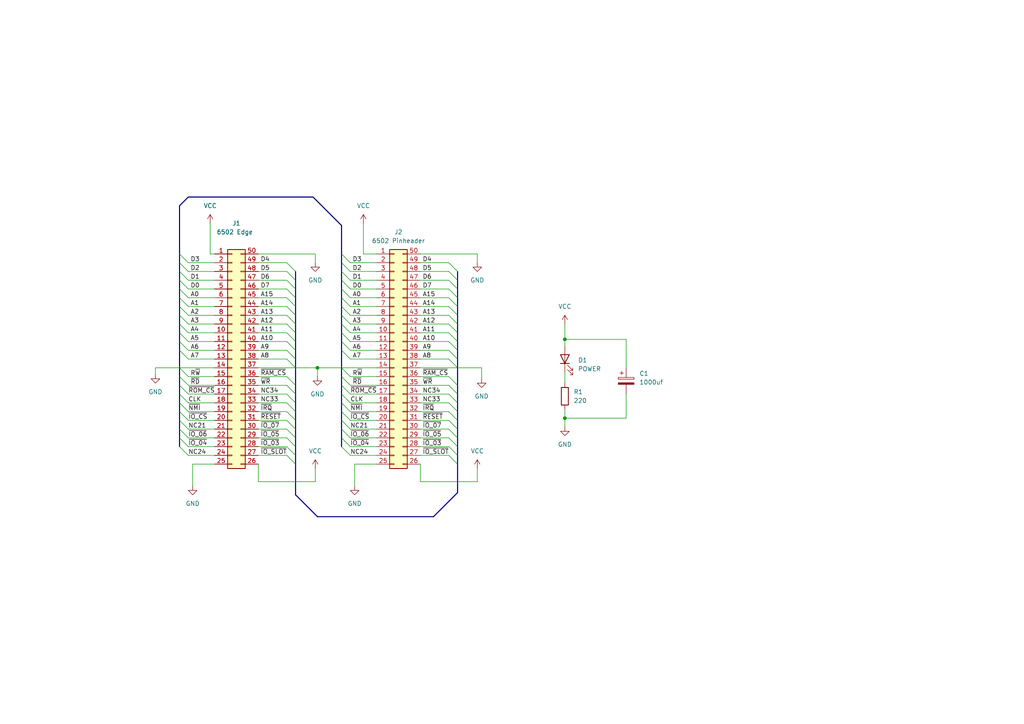
<source format=kicad_sch>
(kicad_sch (version 20230121) (generator eeschema)
  (paper "A4")
  (title_block (title "Protoboard Card") (date "2024-06-26") (rev "1.2") (company "MDS"))
  (lib_symbols
    (symbol "Connector_Generic:Conn_02x25_Counter_Clockwise" (pin_names (offset 1.016) hide)
      (property "Reference" "J" (at 1.27 33.02 0))
      (property "Value" "Conn_02x25_Counter_Clockwise" (at 1.27 -33.02 0))
      (symbol "Conn_02x25_Counter_Clockwise_1_1"
        (rectangle (start -1.27 -30.353) (end 0 -30.607) (stroke (width 0.1524)))
        (rectangle (start -1.27 -27.813) (end 0 -28.067) (stroke (width 0.1524)))
        (rectangle (start -1.27 -25.273) (end 0 -25.527) (stroke (width 0.1524)))
        (rectangle (start -1.27 -22.733) (end 0 -22.987) (stroke (width 0.1524)))
        (rectangle (start -1.27 -20.193) (end 0 -20.447) (stroke (width 0.1524)))
        (rectangle (start -1.27 -17.653) (end 0 -17.907) (stroke (width 0.1524)))
        (rectangle (start -1.27 -15.113) (end 0 -15.367) (stroke (width 0.1524)))
        (rectangle (start -1.27 -12.573) (end 0 -12.827) (stroke (width 0.1524)))
        (rectangle (start -1.27 -10.033) (end 0 -10.287) (stroke (width 0.1524)))
        (rectangle (start -1.27 -7.493) (end 0 -7.747) (stroke (width 0.1524)))
        (rectangle (start -1.27 -4.953) (end 0 -5.207) (stroke (width 0.1524)))
        (rectangle (start -1.27 -2.413) (end 0 -2.667) (stroke (width 0.1524)))
        (rectangle (start -1.27 0.127) (end 0 -0.127) (stroke (width 0.1524)))
        (rectangle (start -1.27 2.667) (end 0 2.413) (stroke (width 0.1524)))
        (rectangle (start -1.27 5.207) (end 0 4.953) (stroke (width 0.1524)))
        (rectangle (start -1.27 7.747) (end 0 7.493) (stroke (width 0.1524)))
        (rectangle (start -1.27 10.287) (end 0 10.033) (stroke (width 0.1524)))
        (rectangle (start -1.27 12.827) (end 0 12.573) (stroke (width 0.1524)))
        (rectangle (start -1.27 15.367) (end 0 15.113) (stroke (width 0.1524)))
        (rectangle (start -1.27 17.907) (end 0 17.653) (stroke (width 0.1524)))
        (rectangle (start -1.27 20.447) (end 0 20.193) (stroke (width 0.1524)))
        (rectangle (start -1.27 22.987) (end 0 22.733) (stroke (width 0.1524)))
        (rectangle (start -1.27 25.527) (end 0 25.273) (stroke (width 0.1524)))
        (rectangle (start -1.27 28.067) (end 0 27.813) (stroke (width 0.1524)))
        (rectangle (start -1.27 30.607) (end 0 30.353) (stroke (width 0.1524)))
        (rectangle (start -1.27 31.75) (end 3.81 -31.75) (stroke (width 0.254)) (fill (type background)))
        (rectangle (start 3.81 -30.353) (end 2.54 -30.607) (stroke (width 0.1524)))
        (rectangle (start 3.81 -27.813) (end 2.54 -28.067) (stroke (width 0.1524)))
        (rectangle (start 3.81 -25.273) (end 2.54 -25.527) (stroke (width 0.1524)))
        (rectangle (start 3.81 -22.733) (end 2.54 -22.987) (stroke (width 0.1524)))
        (rectangle (start 3.81 -20.193) (end 2.54 -20.447) (stroke (width 0.1524)))
        (rectangle (start 3.81 -17.653) (end 2.54 -17.907) (stroke (width 0.1524)))
        (rectangle (start 3.81 -15.113) (end 2.54 -15.367) (stroke (width 0.1524)))
        (rectangle (start 3.81 -12.573) (end 2.54 -12.827) (stroke (width 0.1524)))
        (rectangle (start 3.81 -10.033) (end 2.54 -10.287) (stroke (width 0.1524)))
        (rectangle (start 3.81 -7.493) (end 2.54 -7.747) (stroke (width 0.1524)))
        (rectangle (start 3.81 -4.953) (end 2.54 -5.207) (stroke (width 0.1524)))
        (rectangle (start 3.81 -2.413) (end 2.54 -2.667) (stroke (width 0.1524)))
        (rectangle (start 3.81 0.127) (end 2.54 -0.127) (stroke (width 0.1524)))
        (rectangle (start 3.81 2.667) (end 2.54 2.413) (stroke (width 0.1524)))
        (rectangle (start 3.81 5.207) (end 2.54 4.953) (stroke (width 0.1524)))
        (rectangle (start 3.81 7.747) (end 2.54 7.493) (stroke (width 0.1524)))
        (rectangle (start 3.81 10.287) (end 2.54 10.033) (stroke (width 0.1524)))
        (rectangle (start 3.81 12.827) (end 2.54 12.573) (stroke (width 0.1524)))
        (rectangle (start 3.81 15.367) (end 2.54 15.113) (stroke (width 0.1524)))
        (rectangle (start 3.81 17.907) (end 2.54 17.653) (stroke (width 0.1524)))
        (rectangle (start 3.81 20.447) (end 2.54 20.193) (stroke (width 0.1524)))
        (rectangle (start 3.81 22.987) (end 2.54 22.733) (stroke (width 0.1524)))
        (rectangle (start 3.81 25.527) (end 2.54 25.273) (stroke (width 0.1524)))
        (rectangle (start 3.81 28.067) (end 2.54 27.813) (stroke (width 0.1524)))
        (rectangle (start 3.81 30.607) (end 2.54 30.353) (stroke (width 0.1524)))
        (pin passive line (at -5.08 30.48 0) (length 3.81) (name "Pin_1") (number "1"))
        (pin passive line (at -5.08 7.62 0) (length 3.81) (name "Pin_10") (number "10"))
        (pin passive line (at -5.08 5.08 0) (length 3.81) (name "Pin_11") (number "11"))
        (pin passive line (at -5.08 2.54 0) (length 3.81) (name "Pin_12") (number "12"))
        (pin passive line (at -5.08 0 0) (length 3.81) (name "Pin_13") (number "13"))
        (pin passive line (at -5.08 -2.54 0) (length 3.81) (name "Pin_14") (number "14"))
        (pin passive line (at -5.08 -5.08 0) (length 3.81) (name "Pin_15") (number "15"))
        (pin passive line (at -5.08 -7.62 0) (length 3.81) (name "Pin_16") (number "16"))
        (pin passive line (at -5.08 -10.16 0) (length 3.81) (name "Pin_17") (number "17"))
        (pin passive line (at -5.08 -12.7 0) (length 3.81) (name "Pin_18") (number "18"))
        (pin passive line (at -5.08 -15.24 0) (length 3.81) (name "Pin_19") (number "19"))
        (pin passive line (at -5.08 27.94 0) (length 3.81) (name "Pin_2") (number "2"))
        (pin passive line (at -5.08 -17.78 0) (length 3.81) (name "Pin_20") (number "20"))
        (pin passive line (at -5.08 -20.32 0) (length 3.81) (name "Pin_21") (number "21"))
        (pin passive line (at -5.08 -22.86 0) (length 3.81) (name "Pin_22") (number "22"))
        (pin passive line (at -5.08 -25.4 0) (length 3.81) (name "Pin_23") (number "23"))
        (pin passive line (at -5.08 -27.94 0) (length 3.81) (name "Pin_24") (number "24"))
        (pin passive line (at -5.08 -30.48 0) (length 3.81) (name "Pin_25") (number "25"))
        (pin passive line (at 7.62 -30.48 180) (length 3.81) (name "Pin_26") (number "26"))
        (pin passive line (at 7.62 -27.94 180) (length 3.81) (name "Pin_27") (number "27"))
        (pin passive line (at 7.62 -25.4 180) (length 3.81) (name "Pin_28") (number "28"))
        (pin passive line (at 7.62 -22.86 180) (length 3.81) (name "Pin_29") (number "29"))
        (pin passive line (at -5.08 25.4 0) (length 3.81) (name "Pin_3") (number "3"))
        (pin passive line (at 7.62 -20.32 180) (length 3.81) (name "Pin_30") (number "30"))
        (pin passive line (at 7.62 -17.78 180) (length 3.81) (name "Pin_31") (number "31"))
        (pin passive line (at 7.62 -15.24 180) (length 3.81) (name "Pin_32") (number "32"))
        (pin passive line (at 7.62 -12.7 180) (length 3.81) (name "Pin_33") (number "33"))
        (pin passive line (at 7.62 -10.16 180) (length 3.81) (name "Pin_34") (number "34"))
        (pin passive line (at 7.62 -7.62 180) (length 3.81) (name "Pin_35") (number "35"))
        (pin passive line (at 7.62 -5.08 180) (length 3.81) (name "Pin_36") (number "36"))
        (pin passive line (at 7.62 -2.54 180) (length 3.81) (name "Pin_37") (number "37"))
        (pin passive line (at 7.62 0 180) (length 3.81) (name "Pin_38") (number "38"))
        (pin passive line (at 7.62 2.54 180) (length 3.81) (name "Pin_39") (number "39"))
        (pin passive line (at -5.08 22.86 0) (length 3.81) (name "Pin_4") (number "4"))
        (pin passive line (at 7.62 5.08 180) (length 3.81) (name "Pin_40") (number "40"))
        (pin passive line (at 7.62 7.62 180) (length 3.81) (name "Pin_41") (number "41"))
        (pin passive line (at 7.62 10.16 180) (length 3.81) (name "Pin_42") (number "42"))
        (pin passive line (at 7.62 12.7 180) (length 3.81) (name "Pin_43") (number "43"))
        (pin passive line (at 7.62 15.24 180) (length 3.81) (name "Pin_44") (number "44"))
        (pin passive line (at 7.62 17.78 180) (length 3.81) (name "Pin_45") (number "45"))
        (pin passive line (at 7.62 20.32 180) (length 3.81) (name "Pin_46") (number "46"))
        (pin passive line (at 7.62 22.86 180) (length 3.81) (name "Pin_47") (number "47"))
        (pin passive line (at 7.62 25.4 180) (length 3.81) (name "Pin_48") (number "48"))
        (pin passive line (at 7.62 27.94 180) (length 3.81) (name "Pin_49") (number "49"))
        (pin passive line (at -5.08 20.32 0) (length 3.81) (name "Pin_5") (number "5"))
        (pin passive line (at 7.62 30.48 180) (length 3.81) (name "Pin_50") (number "50"))
        (pin passive line (at -5.08 17.78 0) (length 3.81) (name "Pin_6") (number "6"))
        (pin passive line (at -5.08 15.24 0) (length 3.81) (name "Pin_7") (number "7"))
        (pin passive line (at -5.08 12.7 0) (length 3.81) (name "Pin_8") (number "8"))
        (pin passive line (at -5.08 10.16 0) (length 3.81) (name "Pin_9") (number "9"))
      )
    )
    (symbol "Device:C_Polarized" (pin_numbers hide) (pin_names (offset 0.254))
      (property "Reference" "C" (at 0.635 2.54 0))
      (property "Value" "C_Polarized" (at 0.635 -2.54 0))
      (symbol "C_Polarized_0_1"
        (rectangle (start -2.286 0.508) (end 2.286 1.016))
        (polyline (pts (xy -1.778 2.286) (xy -0.762 2.286)))
        (polyline (pts (xy -1.27 2.794) (xy -1.27 1.778)))
        (rectangle (start 2.286 -0.508) (end -2.286 -1.016) (fill (type outline)))
      )
      (symbol "C_Polarized_1_1"
        (pin passive line (at 0 3.81 270) (length 2.794) (name "~") (number "1"))
        (pin passive line (at 0 -3.81 90) (length 2.794) (name "~") (number "2"))
      )
    )
    (symbol "Device:LED" (pin_numbers hide) (pin_names (offset 1.016) hide)
      (property "Reference" "D" (at 0 2.54 0))
      (property "Value" "LED" (at 0 -2.54 0))
      (symbol "LED_0_1"
        (polyline (pts (xy -1.27 -1.27) (xy -1.27 1.27)) (stroke (width 0.254)))
        (polyline (pts (xy -1.27 0) (xy 1.27 0)))
        (polyline (pts (xy 1.27 -1.27) (xy 1.27 1.27) (xy -1.27 0) (xy 1.27 -1.27)) (stroke (width 0.254)))
        (polyline (pts (xy -3.048 -0.762) (xy -4.572 -2.286) (xy -3.81 -2.286) (xy -4.572 -2.286) (xy -4.572 -1.524)))
        (polyline (pts (xy -1.778 -0.762) (xy -3.302 -2.286) (xy -2.54 -2.286) (xy -3.302 -2.286) (xy -3.302 -1.524)))
      )
      (symbol "LED_1_1"
        (pin passive line (at -3.81 0 0) (length 2.54) (name "K") (number "1"))
        (pin passive line (at 3.81 0 180) (length 2.54) (name "A") (number "2"))
      )
    )
    (symbol "Device:R" (pin_numbers hide) (pin_names (offset 0))
      (property "Reference" "R" (at 2.032 0 90))
      (property "Value" "R" (at 0 0 90))
      (symbol "R_0_1"
        (rectangle (start -1.016 -2.54) (end 1.016 2.54) (stroke (width 0.254)))
      )
      (symbol "R_1_1"
        (pin passive line (at 0 3.81 270) (length 1.27) (name "~") (number "1"))
        (pin passive line (at 0 -3.81 90) (length 1.27) (name "~") (number "2"))
      )
    )
    (symbol "power:GND" (power) (pin_names (offset 0))
      (property "Value" "GND" (at 0 -3.81 0))
      (symbol "GND_0_1"
        (polyline (pts (xy 0 0) (xy 0 -1.27) (xy 1.27 -1.27) (xy 0 -2.54) (xy -1.27 -1.27) (xy 0 -1.27)))
      )
      (symbol "GND_1_1"
        (pin power_in line (at 0 0 270) (length 0) hide (name "GND") (number "1"))
      )
    )
    (symbol "power:VCC" (power) (pin_names (offset 0))
      (property "Value" "VCC" (at 0 3.81 0))
      (symbol "VCC_0_1"
        (polyline (pts (xy -0.762 1.27) (xy 0 2.54)))
        (polyline (pts (xy 0 0) (xy 0 2.54)))
        (polyline (pts (xy 0 2.54) (xy 0.762 1.27)))
      )
      (symbol "VCC_1_1"
        (pin power_in line (at 0 0 90) (length 0) hide (name "VCC") (number "1"))
      )
    )
  )
  (junction (at 92.075 106.68))
  (junction (at 163.83 98.425))
  (junction (at 163.83 121.285))
  (bus_entry (at 54.61 99.06) (size -2.54 -2.54))
  (bus_entry (at 130.175 119.38) (size 2.54 2.54))
  (bus_entry (at 130.175 86.36) (size 2.54 2.54))
  (bus_entry (at 101.6 129.54) (size -2.54 -2.54))
  (bus_entry (at 101.6 127) (size -2.54 -2.54))
  (bus_entry (at 101.6 93.98) (size -2.54 -2.54))
  (bus_entry (at 101.6 116.84) (size -2.54 -2.54))
  (bus_entry (at 130.175 132.08) (size 2.54 2.54))
  (bus_entry (at 83.185 124.46) (size 2.54 2.54))
  (bus_entry (at 83.185 78.74) (size 2.54 2.54))
  (bus_entry (at 83.185 76.2) (size 2.54 2.54))
  (bus_entry (at 54.61 127) (size -2.54 -2.54))
  (bus_entry (at 130.175 91.44) (size 2.54 2.54))
  (bus_entry (at 130.175 129.54) (size 2.54 2.54))
  (bus_entry (at 130.175 104.14) (size 2.54 2.54))
  (bus_entry (at 101.6 96.52) (size -2.54 -2.54))
  (bus_entry (at 101.6 88.9) (size -2.54 -2.54))
  (bus_entry (at 54.61 124.46) (size -2.54 -2.54))
  (bus_entry (at 101.6 109.22) (size -2.54 -2.54))
  (bus_entry (at 130.175 109.22) (size 2.54 2.54))
  (bus_entry (at 83.185 132.08) (size 2.54 2.54))
  (bus_entry (at 101.6 76.2) (size -2.54 -2.54))
  (bus_entry (at 101.6 124.46) (size -2.54 -2.54))
  (bus_entry (at 54.61 129.54) (size -2.54 -2.54))
  (bus_entry (at 130.175 114.3) (size 2.54 2.54))
  (bus_entry (at 130.175 111.76) (size 2.54 2.54))
  (bus_entry (at 83.185 119.38) (size 2.54 2.54))
  (bus_entry (at 130.175 121.92) (size 2.54 2.54))
  (bus_entry (at 83.185 111.76) (size 2.54 2.54))
  (bus_entry (at 83.185 81.28) (size 2.54 2.54))
  (bus_entry (at 130.175 81.28) (size 2.54 2.54))
  (bus_entry (at 54.61 93.98) (size -2.54 -2.54))
  (bus_entry (at 83.185 93.98) (size 2.54 2.54))
  (bus_entry (at 101.6 101.6) (size -2.54 -2.54))
  (bus_entry (at 101.6 119.38) (size -2.54 -2.54))
  (bus_entry (at 130.175 127) (size 2.54 2.54))
  (bus_entry (at 101.6 91.44) (size -2.54 -2.54))
  (bus_entry (at 101.6 83.82) (size -2.54 -2.54))
  (bus_entry (at 101.6 121.92) (size -2.54 -2.54))
  (bus_entry (at 130.175 116.84) (size 2.54 2.54))
  (bus_entry (at 83.185 121.92) (size 2.54 2.54))
  (bus_entry (at 54.61 76.2) (size -2.54 -2.54))
  (bus_entry (at 130.175 101.6) (size 2.54 2.54))
  (bus_entry (at 54.61 101.6) (size -2.54 -2.54))
  (bus_entry (at 130.175 124.46) (size 2.54 2.54))
  (bus_entry (at 130.175 78.74) (size 2.54 2.54))
  (bus_entry (at 54.61 78.74) (size -2.54 -2.54))
  (bus_entry (at 83.185 116.84) (size 2.54 2.54))
  (bus_entry (at 83.185 104.14) (size 2.54 2.54))
  (bus_entry (at 101.6 86.36) (size -2.54 -2.54))
  (bus_entry (at 54.61 96.52) (size -2.54 -2.54))
  (bus_entry (at 101.6 81.28) (size -2.54 -2.54))
  (bus_entry (at 54.61 119.38) (size -2.54 -2.54))
  (bus_entry (at 83.185 127) (size 2.54 2.54))
  (bus_entry (at 130.175 76.2) (size 2.54 2.54))
  (bus_entry (at 101.6 111.76) (size -2.54 -2.54))
  (bus_entry (at 83.185 99.06) (size 2.54 2.54))
  (bus_entry (at 130.175 83.82) (size 2.54 2.54))
  (bus_entry (at 101.6 78.74) (size -2.54 -2.54))
  (bus_entry (at 54.61 86.36) (size -2.54 -2.54))
  (bus_entry (at 101.6 104.14) (size -2.54 -2.54))
  (bus_entry (at 101.6 99.06) (size -2.54 -2.54))
  (bus_entry (at 130.175 96.52) (size 2.54 2.54))
  (bus_entry (at 83.185 109.22) (size 2.54 2.54))
  (bus_entry (at 83.185 114.3) (size 2.54 2.54))
  (bus_entry (at 54.61 121.92) (size -2.54 -2.54))
  (bus_entry (at 54.61 114.3) (size -2.54 -2.54))
  (bus_entry (at 54.61 111.76) (size -2.54 -2.54))
  (bus_entry (at 54.61 81.28) (size -2.54 -2.54))
  (bus_entry (at 83.185 83.82) (size 2.54 2.54))
  (bus_entry (at 83.185 86.36) (size 2.54 2.54))
  (bus_entry (at 54.61 83.82) (size -2.54 -2.54))
  (bus_entry (at 83.185 129.54) (size 2.54 2.54))
  (bus_entry (at 54.61 88.9) (size -2.54 -2.54))
  (bus_entry (at 83.185 101.6) (size 2.54 2.54))
  (bus_entry (at 101.6 132.08) (size -2.54 -2.54))
  (bus_entry (at 54.61 104.14) (size -2.54 -2.54))
  (bus_entry (at 130.175 99.06) (size 2.54 2.54))
  (bus_entry (at 54.61 132.08) (size -2.54 -2.54))
  (bus_entry (at 54.61 116.84) (size -2.54 -2.54))
  (bus_entry (at 54.61 91.44) (size -2.54 -2.54))
  (bus_entry (at 83.185 88.9) (size 2.54 2.54))
  (bus_entry (at 54.61 109.22) (size -2.54 -2.54))
  (bus_entry (at 130.175 88.9) (size 2.54 2.54))
  (bus_entry (at 83.185 91.44) (size 2.54 2.54))
  (bus_entry (at 83.185 96.52) (size 2.54 2.54))
  (bus_entry (at 101.6 114.3) (size -2.54 -2.54))
  (bus_entry (at 130.175 93.98) (size 2.54 2.54))
  (bus (pts (xy 99.06 99.06) (xy 99.06 96.52)))
  (wire (pts (xy 101.6 88.9) (xy 109.22 88.9)))
  (bus (pts (xy 99.06 96.52) (xy 99.06 93.98)))
  (bus (pts (xy 132.715 96.52) (xy 132.715 99.06)))
  (bus (pts (xy 132.715 111.76) (xy 132.715 114.3)))
  (wire (pts (xy 121.92 73.66) (xy 138.43 73.66)))
  (wire (pts (xy 74.93 109.22) (xy 83.185 109.22)))
  (wire (pts (xy 101.6 76.2) (xy 109.22 76.2)))
  (wire (pts (xy 74.93 132.08) (xy 83.185 132.08)))
  (bus (pts (xy 99.06 129.54) (xy 99.06 127)))
  (bus (pts (xy 85.725 114.3) (xy 85.725 116.84)))
  (wire (pts (xy 121.92 106.68) (xy 132.715 106.68)))
  (wire (pts (xy 74.93 99.06) (xy 83.185 99.06)))
  (bus (pts (xy 85.725 143.51) (xy 92.075 149.86)))
  (bus (pts (xy 52.07 127) (xy 52.07 124.46)))
  (wire (pts (xy 101.6 83.82) (xy 109.22 83.82)))
  (wire (pts (xy 101.6 109.22) (xy 109.22 109.22)))
  (wire (pts (xy 91.44 73.66) (xy 91.44 76.2)))
  (wire (pts (xy 163.83 98.425) (xy 181.61 98.425)))
  (bus (pts (xy 85.725 104.14) (xy 85.725 106.68)))
  (wire (pts (xy 54.61 129.54) (xy 62.23 129.54)))
  (wire (pts (xy 54.61 91.44) (xy 62.23 91.44)))
  (bus (pts (xy 99.06 101.6) (xy 99.06 106.68)))
  (wire (pts (xy 121.92 134.62) (xy 121.92 139.7)))
  (wire (pts (xy 101.6 114.3) (xy 109.22 114.3)))
  (bus (pts (xy 132.715 127) (xy 132.715 129.54)))
  (bus (pts (xy 99.06 116.84) (xy 99.06 114.3)))
  (wire (pts (xy 121.92 116.84) (xy 130.175 116.84)))
  (bus (pts (xy 52.07 101.6) (xy 52.07 99.06)))
  (bus (pts (xy 99.06 121.92) (xy 99.06 119.38)))
  (bus (pts (xy 99.06 101.6) (xy 99.06 99.06)))
  (bus (pts (xy 132.715 99.06) (xy 132.715 101.6)))
  (wire (pts (xy 74.93 116.84) (xy 83.185 116.84)))
  (bus (pts (xy 85.725 119.38) (xy 85.725 121.92)))
  (bus (pts (xy 85.725 101.6) (xy 85.725 104.14)))
  (bus (pts (xy 132.715 83.82) (xy 132.715 86.36)))
  (wire (pts (xy 74.93 134.62) (xy 74.93 139.7)))
  (bus (pts (xy 52.07 116.84) (xy 52.07 114.3)))
  (bus (pts (xy 52.07 99.06) (xy 52.07 96.52)))
  (bus (pts (xy 85.725 99.06) (xy 85.725 101.6)))
  (wire (pts (xy 60.96 73.66) (xy 62.23 73.66)))
  (bus (pts (xy 132.715 114.3) (xy 132.715 116.84)))
  (bus (pts (xy 99.06 73.66) (xy 99.06 76.2)))
  (wire (pts (xy 181.61 114.3) (xy 181.61 121.285)))
  (wire (pts (xy 101.6 111.76) (xy 109.22 111.76)))
  (bus (pts (xy 52.07 121.92) (xy 52.07 119.38)))
  (bus (pts (xy 85.725 91.44) (xy 85.725 93.98)))
  (wire (pts (xy 54.61 99.06) (xy 62.23 99.06)))
  (wire (pts (xy 74.93 121.92) (xy 83.185 121.92)))
  (bus (pts (xy 132.715 91.44) (xy 132.715 93.98)))
  (wire (pts (xy 54.61 81.28) (xy 62.23 81.28)))
  (wire (pts (xy 121.92 99.06) (xy 130.175 99.06)))
  (wire (pts (xy 101.6 78.74) (xy 109.22 78.74)))
  (wire (pts (xy 101.6 93.98) (xy 109.22 93.98)))
  (bus (pts (xy 132.715 101.6) (xy 132.715 104.14)))
  (wire (pts (xy 74.93 114.3) (xy 83.185 114.3)))
  (bus (pts (xy 99.06 111.76) (xy 99.06 109.22)))
  (wire (pts (xy 54.61 78.74) (xy 62.23 78.74)))
  (wire (pts (xy 52.07 106.68) (xy 62.23 106.68)))
  (wire (pts (xy 121.92 81.28) (xy 130.175 81.28)))
  (wire (pts (xy 54.61 109.22) (xy 62.23 109.22)))
  (wire (pts (xy 60.96 64.77) (xy 60.96 73.66)))
  (wire (pts (xy 74.93 81.28) (xy 83.185 81.28)))
  (wire (pts (xy 121.92 109.22) (xy 130.175 109.22)))
  (wire (pts (xy 54.61 88.9) (xy 62.23 88.9)))
  (wire (pts (xy 74.93 96.52) (xy 83.185 96.52)))
  (bus (pts (xy 85.725 111.76) (xy 85.725 114.3)))
  (bus (pts (xy 99.06 109.22) (xy 99.06 106.68)))
  (wire (pts (xy 74.93 88.9) (xy 83.185 88.9)))
  (bus (pts (xy 125.73 149.86) (xy 132.715 142.875)))
  (bus (pts (xy 54.61 57.15) (xy 90.805 57.15)))
  (bus (pts (xy 99.06 78.74) (xy 99.06 76.2)))
  (bus (pts (xy 85.725 83.82) (xy 85.725 86.36)))
  (bus (pts (xy 132.715 129.54) (xy 132.715 132.08)))
  (wire (pts (xy 121.92 78.74) (xy 130.175 78.74)))
  (bus (pts (xy 132.715 106.68) (xy 132.715 111.76)))
  (wire (pts (xy 101.6 104.14) (xy 109.22 104.14)))
  (wire (pts (xy 54.61 114.3) (xy 62.23 114.3)))
  (bus (pts (xy 132.715 134.62) (xy 132.715 142.875)))
  (wire (pts (xy 101.6 121.92) (xy 109.22 121.92)))
  (wire (pts (xy 54.61 127) (xy 62.23 127)))
  (wire (pts (xy 101.6 127) (xy 109.22 127)))
  (wire (pts (xy 121.92 114.3) (xy 130.175 114.3)))
  (bus (pts (xy 52.07 76.2) (xy 52.07 73.66)))
  (wire (pts (xy 121.92 83.82) (xy 130.175 83.82)))
  (bus (pts (xy 85.725 127) (xy 85.725 129.54)))
  (wire (pts (xy 101.6 81.28) (xy 109.22 81.28)))
  (bus (pts (xy 85.725 78.74) (xy 85.725 81.28)))
  (bus (pts (xy 52.07 78.74) (xy 52.07 76.2)))
  (wire (pts (xy 163.83 118.745) (xy 163.83 121.285)))
  (bus (pts (xy 85.725 93.98) (xy 85.725 96.52)))
  (bus (pts (xy 85.725 88.9) (xy 85.725 91.44)))
  (wire (pts (xy 121.92 121.92) (xy 130.175 121.92)))
  (wire (pts (xy 54.61 101.6) (xy 62.23 101.6)))
  (wire (pts (xy 101.6 132.08) (xy 109.22 132.08)))
  (bus (pts (xy 132.715 132.08) (xy 132.715 134.62)))
  (wire (pts (xy 54.61 83.82) (xy 62.23 83.82)))
  (wire (pts (xy 101.6 96.52) (xy 109.22 96.52)))
  (wire (pts (xy 101.6 91.44) (xy 109.22 91.44)))
  (bus (pts (xy 52.07 111.76) (xy 52.07 109.22)))
  (bus (pts (xy 99.06 81.28) (xy 99.06 78.74)))
  (bus (pts (xy 85.725 96.52) (xy 85.725 99.06)))
  (wire (pts (xy 54.61 119.38) (xy 62.23 119.38)))
  (bus (pts (xy 52.07 101.6) (xy 52.07 106.68)))
  (wire (pts (xy 85.725 106.68) (xy 92.075 106.68)))
  (wire (pts (xy 101.6 124.46) (xy 109.22 124.46)))
  (wire (pts (xy 105.41 73.66) (xy 109.22 73.66)))
  (bus (pts (xy 132.715 116.84) (xy 132.715 119.38)))
  (bus (pts (xy 99.06 91.44) (xy 99.06 88.9)))
  (wire (pts (xy 163.83 107.95) (xy 163.83 111.125)))
  (bus (pts (xy 52.07 59.69) (xy 54.61 57.15)))
  (wire (pts (xy 163.83 121.285) (xy 163.83 123.825)))
  (wire (pts (xy 74.93 129.54) (xy 83.185 129.54)))
  (bus (pts (xy 132.715 93.98) (xy 132.715 96.52)))
  (wire (pts (xy 74.93 78.74) (xy 83.185 78.74)))
  (wire (pts (xy 163.83 121.285) (xy 181.61 121.285)))
  (wire (pts (xy 74.93 101.6) (xy 83.185 101.6)))
  (wire (pts (xy 74.93 83.82) (xy 83.185 83.82)))
  (wire (pts (xy 91.44 135.89) (xy 91.44 139.7)))
  (bus (pts (xy 52.07 86.36) (xy 52.07 83.82)))
  (bus (pts (xy 85.725 86.36) (xy 85.725 88.9)))
  (bus (pts (xy 52.07 83.82) (xy 52.07 81.28)))
  (bus (pts (xy 99.06 114.3) (xy 99.06 111.76)))
  (wire (pts (xy 74.93 127) (xy 83.185 127)))
  (bus (pts (xy 52.07 124.46) (xy 52.07 121.92)))
  (bus (pts (xy 52.07 59.69) (xy 52.07 73.66)))
  (wire (pts (xy 121.92 129.54) (xy 130.175 129.54)))
  (bus (pts (xy 85.725 116.84) (xy 85.725 119.38)))
  (wire (pts (xy 74.93 93.98) (xy 83.185 93.98)))
  (wire (pts (xy 101.6 129.54) (xy 109.22 129.54)))
  (bus (pts (xy 132.715 119.38) (xy 132.715 121.92)))
  (wire (pts (xy 74.93 111.76) (xy 83.185 111.76)))
  (bus (pts (xy 52.07 91.44) (xy 52.07 88.9)))
  (bus (pts (xy 132.715 86.36) (xy 132.715 88.9)))
  (wire (pts (xy 138.43 135.89) (xy 138.43 139.7)))
  (wire (pts (xy 101.6 86.36) (xy 109.22 86.36)))
  (bus (pts (xy 99.06 73.66) (xy 99.06 65.405)))
  (wire (pts (xy 45.085 106.68) (xy 45.085 108.585)))
  (wire (pts (xy 54.61 121.92) (xy 62.23 121.92)))
  (wire (pts (xy 121.92 101.6) (xy 130.175 101.6)))
  (bus (pts (xy 99.06 83.82) (xy 99.06 81.28)))
  (wire (pts (xy 74.93 91.44) (xy 83.185 91.44)))
  (bus (pts (xy 85.725 134.62) (xy 85.725 143.51)))
  (wire (pts (xy 92.075 106.68) (xy 92.075 109.22)))
  (bus (pts (xy 52.07 119.38) (xy 52.07 116.84)))
  (bus (pts (xy 52.07 129.54) (xy 52.07 127)))
  (wire (pts (xy 121.92 86.36) (xy 130.175 86.36)))
  (wire (pts (xy 101.6 101.6) (xy 109.22 101.6)))
  (bus (pts (xy 132.715 121.92) (xy 132.715 124.46)))
  (wire (pts (xy 54.61 111.76) (xy 62.23 111.76)))
  (wire (pts (xy 99.06 106.68) (xy 109.22 106.68)))
  (bus (pts (xy 52.07 88.9) (xy 52.07 86.36)))
  (wire (pts (xy 54.61 132.08) (xy 62.23 132.08)))
  (bus (pts (xy 132.715 88.9) (xy 132.715 91.44)))
  (wire (pts (xy 55.88 134.62) (xy 62.23 134.62)))
  (bus (pts (xy 85.725 106.68) (xy 85.725 111.76)))
  (wire (pts (xy 54.61 76.2) (xy 62.23 76.2)))
  (wire (pts (xy 45.085 106.68) (xy 52.07 106.68)))
  (wire (pts (xy 102.87 134.62) (xy 102.87 140.97)))
  (wire (pts (xy 54.61 116.84) (xy 62.23 116.84)))
  (wire (pts (xy 74.93 76.2) (xy 83.185 76.2)))
  (bus (pts (xy 52.07 81.28) (xy 52.07 78.74)))
  (wire (pts (xy 121.92 124.46) (xy 130.175 124.46)))
  (wire (pts (xy 54.61 104.14) (xy 62.23 104.14)))
  (wire (pts (xy 121.92 132.08) (xy 130.175 132.08)))
  (bus (pts (xy 99.06 88.9) (xy 99.06 86.36)))
  (wire (pts (xy 132.715 106.68) (xy 139.7 106.68)))
  (wire (pts (xy 121.92 127) (xy 130.175 127)))
  (wire (pts (xy 121.92 76.2) (xy 130.175 76.2)))
  (wire (pts (xy 138.43 73.66) (xy 138.43 76.2)))
  (wire (pts (xy 74.93 119.38) (xy 83.185 119.38)))
  (bus (pts (xy 85.725 81.28) (xy 85.725 83.82)))
  (bus (pts (xy 85.725 124.46) (xy 85.725 127)))
  (wire (pts (xy 121.92 104.14) (xy 130.175 104.14)))
  (wire (pts (xy 54.61 86.36) (xy 62.23 86.36)))
  (bus (pts (xy 85.725 129.54) (xy 85.725 132.08)))
  (wire (pts (xy 92.075 106.68) (xy 99.06 106.68)))
  (bus (pts (xy 132.715 124.46) (xy 132.715 127)))
  (bus (pts (xy 99.06 65.405) (xy 90.805 57.15)))
  (bus (pts (xy 85.725 121.92) (xy 85.725 124.46)))
  (wire (pts (xy 74.93 86.36) (xy 83.185 86.36)))
  (bus (pts (xy 132.715 81.28) (xy 132.715 83.82)))
  (wire (pts (xy 74.93 139.7) (xy 91.44 139.7)))
  (bus (pts (xy 52.07 109.22) (xy 52.07 106.68)))
  (bus (pts (xy 52.07 96.52) (xy 52.07 93.98)))
  (bus (pts (xy 99.06 127) (xy 99.06 124.46)))
  (wire (pts (xy 163.83 98.425) (xy 163.83 100.33)))
  (wire (pts (xy 101.6 116.84) (xy 109.22 116.84)))
  (bus (pts (xy 52.07 114.3) (xy 52.07 111.76)))
  (wire (pts (xy 74.93 104.14) (xy 83.185 104.14)))
  (wire (pts (xy 121.92 96.52) (xy 130.175 96.52)))
  (wire (pts (xy 101.6 99.06) (xy 109.22 99.06)))
  (bus (pts (xy 99.06 93.98) (xy 99.06 91.44)))
  (wire (pts (xy 121.92 119.38) (xy 130.175 119.38)))
  (wire (pts (xy 139.7 106.68) (xy 139.7 109.855)))
  (wire (pts (xy 74.93 106.68) (xy 85.725 106.68)))
  (wire (pts (xy 55.88 134.62) (xy 55.88 140.97)))
  (bus (pts (xy 132.715 78.74) (xy 132.715 81.28)))
  (wire (pts (xy 105.41 64.77) (xy 105.41 73.66)))
  (wire (pts (xy 74.93 73.66) (xy 91.44 73.66)))
  (wire (pts (xy 121.92 111.76) (xy 130.175 111.76)))
  (bus (pts (xy 92.075 149.86) (xy 125.73 149.86)))
  (bus (pts (xy 99.06 124.46) (xy 99.06 121.92)))
  (wire (pts (xy 181.61 98.425) (xy 181.61 106.68)))
  (wire (pts (xy 121.92 139.7) (xy 138.43 139.7)))
  (wire (pts (xy 54.61 93.98) (xy 62.23 93.98)))
  (bus (pts (xy 99.06 86.36) (xy 99.06 83.82)))
  (wire (pts (xy 54.61 96.52) (xy 62.23 96.52)))
  (bus (pts (xy 85.725 132.08) (xy 85.725 134.62)))
  (wire (pts (xy 101.6 119.38) (xy 109.22 119.38)))
  (bus (pts (xy 52.07 93.98) (xy 52.07 91.44)))
  (bus (pts (xy 132.715 104.14) (xy 132.715 106.68)))
  (bus (pts (xy 99.06 119.38) (xy 99.06 116.84)))
  (wire (pts (xy 121.92 91.44) (xy 130.175 91.44)))
  (wire (pts (xy 163.83 93.98) (xy 163.83 98.425)))
  (wire (pts (xy 121.92 88.9) (xy 130.175 88.9)))
  (wire (pts (xy 121.92 93.98) (xy 130.175 93.98)))
  (wire (pts (xy 74.93 124.46) (xy 83.185 124.46)))
  (wire (pts (xy 54.61 124.46) (xy 62.23 124.46)))
  (wire (pts (xy 102.87 134.62) (xy 109.22 134.62)))
  (label "NC21" (at 54.61 124.46 0))
  (label "A9" (at 122.555 101.6 0))
  (label "~{ROM_CS}" (at 54.61 114.3 0))
  (label "A5" (at 55.245 99.06 0))
  (label "D0" (at 102.235 83.82 0))
  (label "D2" (at 102.235 78.74 0))
  (label "A14" (at 122.555 88.9 0))
  (label "~{RD}" (at 102.235 111.76 0))
  (label "D3" (at 55.245 76.2 0))
  (label "A4" (at 55.245 96.52 0))
  (label "A15" (at 75.565 86.36 0))
  (label "A0" (at 102.235 86.36 0))
  (label "~{RAM_CS}" (at 75.565 109.22 0))
  (label "D4" (at 122.555 76.2 0))
  (label "~{RESET}" (at 122.555 121.92 0))
  (label "NC33" (at 75.565 116.84 0))
  (label "A0" (at 55.245 86.36 0))
  (label "~{IO_04}" (at 101.6 129.54 0))
  (label "A10" (at 75.565 99.06 0))
  (label "D4" (at 75.565 76.2 0))
  (label "~{ROM_CS}" (at 101.6 114.3 0))
  (label "D6" (at 122.555 81.28 0))
  (label "NC21" (at 101.6 124.46 0))
  (label "D3" (at 102.235 76.2 0))
  (label "D7" (at 75.565 83.82 0))
  (label "NC24" (at 101.6 132.08 0))
  (label "A8" (at 75.565 104.14 0))
  (label "NC34" (at 122.555 114.3 0))
  (label "A11" (at 122.555 96.52 0))
  (label "NC24" (at 54.61 132.08 0))
  (label "~{IRQ}" (at 122.555 119.38 0))
  (label "A12" (at 122.555 93.98 0))
  (label "~{IRQ}" (at 75.565 119.38 0))
  (label "A5" (at 102.235 99.06 0))
  (label "A9" (at 75.565 101.6 0))
  (label "A2" (at 55.245 91.44 0))
  (label "A13" (at 122.555 91.44 0))
  (label "D1" (at 102.235 81.28 0))
  (label "A14" (at 75.565 88.9 0))
  (label "A10" (at 122.555 99.06 0))
  (label "CLK" (at 54.61 116.84 0))
  (label "NC34" (at 75.565 114.3 0))
  (label "~{IO_03}" (at 122.555 129.54 0))
  (label "~{WR}" (at 122.555 111.76 0))
  (label "D0" (at 55.245 83.82 0))
  (label "A11" (at 75.565 96.52 0))
  (label "~{IO_05}" (at 122.555 127 0))
  (label "~{IO_06}" (at 101.6 127 0))
  (label "R~{W}" (at 102.235 109.22 0))
  (label "~{RD}" (at 55.245 111.76 0))
  (label "~{IO_03}" (at 75.565 129.54 0))
  (label "A6" (at 55.245 101.6 0))
  (label "A8" (at 122.555 104.14 0))
  (label "D6" (at 75.565 81.28 0))
  (label "D2" (at 55.245 78.74 0))
  (label "A3" (at 102.235 93.98 0))
  (label "A3" (at 55.245 93.98 0))
  (label "~{IO_05}" (at 75.565 127 0))
  (label "~{IO_06}" (at 54.61 127 0))
  (label "~{WR}" (at 75.565 111.76 0))
  (label "D5" (at 122.555 78.74 0))
  (label "CLK" (at 101.6 116.84 0))
  (label "NC33" (at 122.555 116.84 0))
  (label "A7" (at 55.245 104.14 0))
  (label "D7" (at 122.555 83.82 0))
  (label "~{NMI}" (at 101.6 119.38 0))
  (label "~{IO_SLOT}" (at 75.565 132.08 0))
  (label "A7" (at 102.235 104.14 0))
  (label "A13" (at 75.565 91.44 0))
  (label "A1" (at 55.245 88.9 0))
  (label "R~{W}" (at 55.245 109.22 0))
  (label "~{IO_07}" (at 75.565 124.46 0))
  (label "A6" (at 102.235 101.6 0))
  (label "~{IO_CS}" (at 54.61 121.92 0))
  (label "~{IO_04}" (at 54.61 129.54 0))
  (label "~{RESET}" (at 75.565 121.92 0))
  (label "~{NMI}" (at 54.61 119.38 0))
  (label "~{IO_07}" (at 122.555 124.46 0))
  (label "~{RAM_CS}" (at 122.555 109.22 0))
  (label "A12" (at 75.565 93.98 0))
  (label "D5" (at 75.565 78.74 0))
  (label "A2" (at 102.235 91.44 0))
  (label "A4" (at 102.235 96.52 0))
  (label "~{IO_SLOT}" (at 122.555 132.08 0))
  (label "~{IO_CS}" (at 101.6 121.92 0))
  (label "D1" (at 55.245 81.28 0))
  (label "A1" (at 102.235 88.9 0))
  (label "A15" (at 122.555 86.36 0))
  (symbol (lib_id "power:VCC") (at 60.96 64.77 0) (unit 1)
    (property "Reference" "#PWR09" (effects hide))
    (property "Value" "VCC" (at 60.96 59.69 0))
  )
  (symbol (lib_id "Device:R") (at 163.83 114.935 0) (unit 1)
    (property "Reference" "R1" (at 166.37 113.665 0) (effects (justify left)))
    (property "Value" "220" (at 166.37 116.205 0) (effects (justify left)))
    (property "Footprint" "Resistor_THT:R_Axial_DIN0207_L6.3mm_D2.5mm_P10.16mm_Horizontal" (effects hide))
  )
  (symbol (lib_id "power:GND") (at 163.83 123.825 0) (unit 1)
    (property "Reference" "#PWR013" (effects hide))
    (property "Value" "GND" (at 163.83 128.905 0))
  )
  (symbol (lib_id "Connector_Generic:Conn_02x25_Counter_Clockwise") (at 67.31 104.14 0) (unit 1)
    (property "Reference" "J1" (at 68.58 64.77 0))
    (property "Value" "6502 Edge " (at 68.58 67.31 0))
    (property "Footprint" "Connector_PCBEdge:BUS_EdgePCB_Apple_2" (effects hide))
  )
  (symbol (lib_id "power:VCC") (at 138.43 135.89 0) (unit 1)
    (property "Reference" "#PWR04" (effects hide))
    (property "Value" "VCC" (at 138.43 130.81 0))
  )
  (symbol (lib_id "power:GND") (at 55.88 140.97 0) (unit 1)
    (property "Reference" "#PWR010" (effects hide))
    (property "Value" "GND" (at 55.88 146.05 0))
  )
  (symbol (lib_id "power:GND") (at 45.085 108.585 0) (unit 1)
    (property "Reference" "#PWR011" (effects hide))
    (property "Value" "GND" (at 45.085 113.665 0))
  )
  (symbol (lib_id "power:GND") (at 91.44 76.2 0) (unit 1)
    (property "Reference" "#PWR06" (effects hide))
    (property "Value" "GND" (at 91.44 81.28 0))
  )
  (symbol (lib_id "power:VCC") (at 105.41 64.77 0) (unit 1)
    (property "Reference" "#PWR03" (effects hide))
    (property "Value" "VCC" (at 105.41 59.69 0))
  )
  (symbol (lib_id "Connector_Generic:Conn_02x25_Counter_Clockwise") (at 114.3 104.14 0) (unit 1)
    (property "Reference" "J2" (at 115.57 67.31 0))
    (property "Value" "6502 Pinheader" (at 115.57 69.85 0))
    (property "Footprint" "Connector_PinHeader_2.54mm:PinHeader_2x25_P2.54mm_Vertical_Counter_Clockwise" (effects hide))
  )
  (symbol (lib_id "power:GND") (at 92.075 109.22 0) (unit 1)
    (property "Reference" "#PWR07" (effects hide))
    (property "Value" "GND" (at 92.075 114.3 0))
  )
  (symbol (lib_id "power:VCC") (at 91.44 135.89 0) (unit 1)
    (property "Reference" "#PWR08" (effects hide))
    (property "Value" "VCC" (at 91.44 130.81 0))
  )
  (symbol (lib_id "power:GND") (at 102.87 140.97 0) (unit 1)
    (property "Reference" "#PWR02" (effects hide))
    (property "Value" "GND" (at 102.87 146.05 0))
  )
  (symbol (lib_id "power:GND") (at 138.43 76.2 0) (unit 1)
    (property "Reference" "#PWR01" (effects hide))
    (property "Value" "GND" (at 138.43 81.28 0))
  )
  (symbol (lib_id "power:GND") (at 139.7 109.855 0) (unit 1)
    (property "Reference" "#PWR05" (effects hide))
    (property "Value" "GND" (at 139.7 114.935 0))
  )
  (symbol (lib_id "Device:C_Polarized") (at 181.61 110.49 0) (unit 1)
    (property "Reference" "C1" (at 185.42 108.331 0) (effects (justify left)))
    (property "Value" "1000uf" (at 185.42 110.871 0) (effects (justify left)))
    (property "Footprint" "Capacitor_THT:CP_Radial_D5.0mm_P2.50mm" (effects hide))
  )
  (symbol (lib_id "Device:LED") (at 163.83 104.14 90) (unit 1)
    (property "Reference" "D1" (at 167.64 104.4575 90) (effects (justify right)))
    (property "Value" "POWER" (at 167.64 106.9975 90) (effects (justify right)))
    (property "Footprint" "LED_THT:LED_D3.0mm" (effects hide))
  )
  (symbol (lib_id "power:VCC") (at 163.83 93.98 0) (unit 1)
    (property "Reference" "#PWR012" (effects hide))
    (property "Value" "VCC" (at 163.83 88.9 0))
  )
)
</source>
